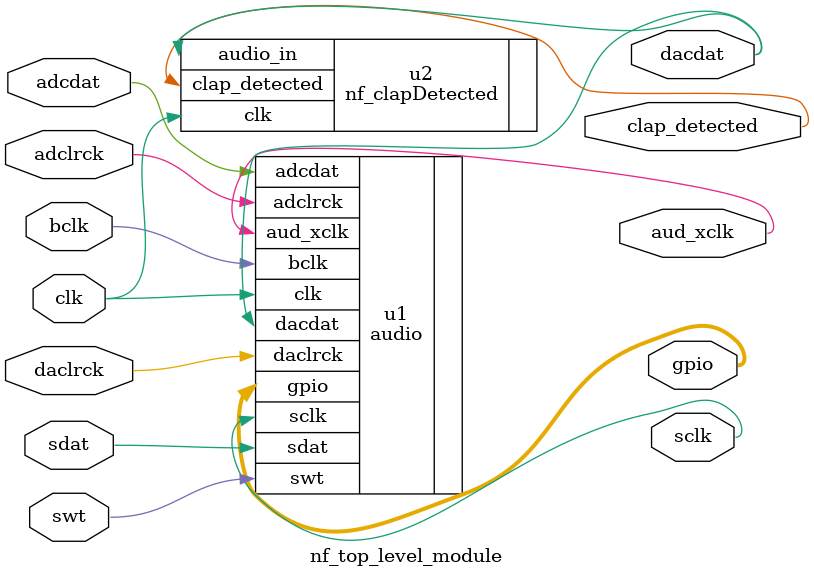
<source format=v>
module nf_top_level_module(
aud_xclk,   // clock 12. MHz?
    bclk        , // bit stream clock
    adclrck , // left right clock ADC
    adcdat , // data stream ADC
    daclrck , // left right clock DAC
    dacdat , // data stream DAC
    sclk        , // serial clock I2C
    sdat        , // serail data I2C
    swt     ,
    clk     ,

    gpio,
    clap_detected
);

input adcdat;
input swt;
input clk;
input bclk;

input adclrck;
input daclrck;
inout sdat;

output aud_xclk;
output sclk;
output dacdat;
output[7:0] gpio;

output clap_detected;

// wire clap_detected;

audio u1( // generates the A-D audio signal
    .aud_xclk(aud_xclk), 
    .bclk(bclk) , 
    .adclrck(adclrck) , 
    .adcdat(adcdat) , 
    .daclrck(daclrck) , 
    .dacdat(dacdat) , // stream of data of audio
    .sclk(sclk)       ,
    .sdat(sdat)       , 
    .swt(swt)    ,
    .clk(clk)     ,
    .gpio(gpio)
);     

nf_clapDetected u2( // check if there was a clap detected
  .clk(clk),
  .audio_in(dacdat),
  .clap_detected(clap_detected)
);

endmodule

// there should be a final top level module connecting this top level module with the keyboard to approve/not approve the input.
</source>
